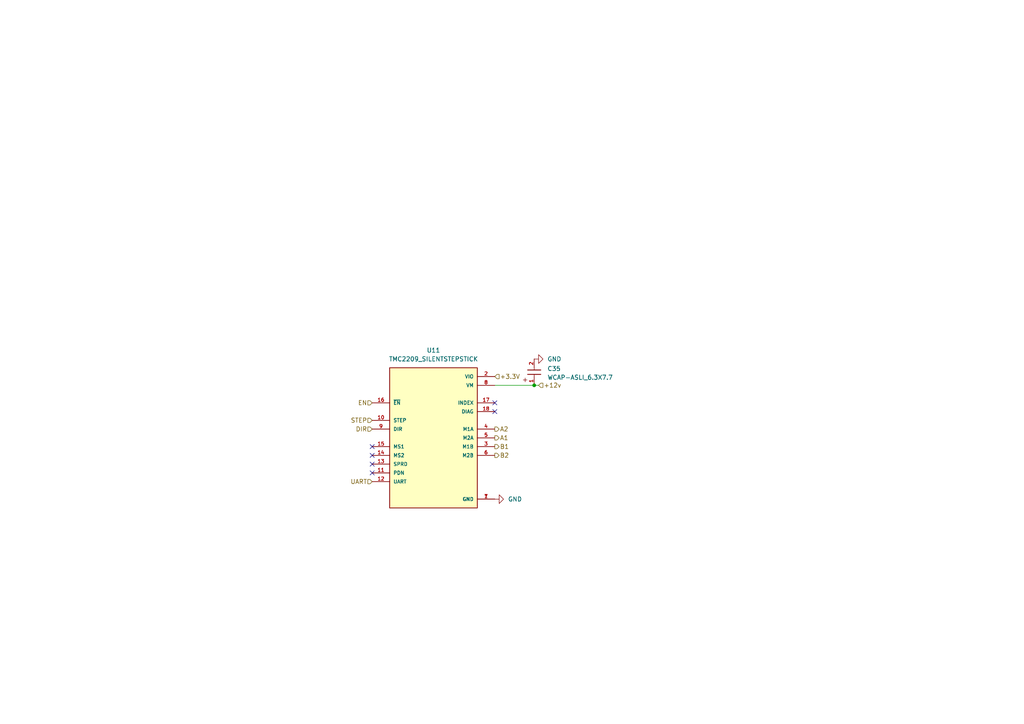
<source format=kicad_sch>
(kicad_sch (version 20250114) (generator "eeschema") (generator_version "9.0")
  (paper "A4")
  (lib_symbols
    (symbol "TMC2209_SILENTSTEPSTICK:TMC2209_SILENTSTEPSTICK" (pin_names (offset 1.016))
      (property "Reference" "U11" (at 0 25.4 0))
      (property "Value" "TMC2209_SILENTSTEPSTICK" (at 0 22.86 0))
      (symbol "TMC2209_SILENTSTEPSTICK_0_0"
        (rectangle (start -12.7 -20.32) (end 12.7 20.32) (stroke (width 0.254)) (fill (type background)))
        (pin input line (at -17.78 10.16 0) (length 5.08) (name "~{EN}") (number "16"))
        (pin input line (at -17.78 5.08 0) (length 5.08) (name "STEP") (number "10"))
        (pin input line (at -17.78 2.54 0) (length 5.08) (name "DIR") (number "9"))
        (pin input line (at -17.78 -2.54 0) (length 5.08) (name "MS1") (number "15"))
        (pin input line (at -17.78 -5.08 0) (length 5.08) (name "MS2") (number "14"))
        (pin input line (at -17.78 -7.62 0) (length 5.08) (name "SPRD") (number "13"))
        (pin bidirectional line (at -17.78 -10.16 0) (length 5.08) (name "PDN") (number "11"))
        (pin bidirectional line (at -17.78 -12.7 0) (length 5.08) (name "UART") (number "12"))
        (pin passive line (at 17.78 17.78 180) (length 5.08) (name "VIO") (number "2"))
        (pin passive line (at 17.78 15.24 180) (length 5.08) (name "VM") (number "8"))
        (pin output line (at 17.78 10.16 180) (length 5.08) (name "INDEX") (number "17"))
        (pin output line (at 17.78 7.62 180) (length 5.08) (name "DIAG") (number "18"))
        (pin output line (at 17.78 2.54 180) (length 5.08) (name "M1A") (number "4"))
        (pin output line (at 17.78 0 180) (length 5.08) (name "M2A") (number "5"))
        (pin output line (at 17.78 -2.54 180) (length 5.08) (name "M1B") (number "3"))
        (pin output line (at 17.78 -5.08 180) (length 5.08) (name "M2B") (number "6"))
        (pin passive line (at 17.78 -17.78 180) (length 5.08) (name "GND") (number "1"))
        (pin power_in line (at 17.78 -17.78 180) (length 5.08) (name "GND") (number "7"))
      )
    )
    (symbol "WCAP-ASLI_6.3X7.7:WCAP-ASLI_6.3X7.7" (pin_names (offset 1.016))
      (property "Reference" "C" (at 1.175 3.38 0))
      (property "Value" "WCAP-ASLI_6.3X7.7" (at 0.915 -5.075 0))
      (symbol "WCAP-ASLI_6.3X7.7_0_0"
        (polyline (pts (xy 0 0) (xy 0.6426 0)) (stroke (width 0.1524)))
        (polyline (pts (xy 0.635 -1.905) (xy 0.635 1.905)) (stroke (width 0.254)))
        (polyline (pts (xy 1.905 1.905) (xy 1.905 -1.905)) (stroke (width 0.254)))
        (polyline (pts (xy 1.9279 0) (xy 2.5705 0)) (stroke (width 0.1524)))
        (text "+" (at 2.54 -1.905 0) (effects (font (size 1.4224 1.4224)) (justify left bottom)))
        (pin passive line (at -2.54 0 0) (length 2.54) (name "~") (number "2"))
        (pin passive line (at 5.08 0 180) (length 2.54) (name "~") (number "1"))
      )
    )
    (symbol "power:GND" (power) (pin_numbers (hide yes)) (pin_names (offset 0) (hide yes))
      (property "Value" "GND" (at 0 -3.81 0))
      (symbol "GND_0_1"
        (polyline (pts (xy 0 0) (xy 0 -1.27) (xy 1.27 -1.27) (xy 0 -2.54) (xy -1.27 -1.27) (xy 0 -1.27)))
      )
      (symbol "GND_1_1"
        (pin power_in line (at 0 0 270) (length 0) (name "~") (number "1"))
      )
    )
  )
  (junction (at 154.94 111.76))
  (no_connect (at 107.95 137.16))
  (no_connect (at 143.51 119.38))
  (no_connect (at 107.95 132.08))
  (no_connect (at 107.95 134.62))
  (no_connect (at 143.51 116.84))
  (no_connect (at 107.95 129.54))
  (wire (pts (xy 154.94 111.76) (xy 143.51 111.76)))
  (wire (pts (xy 156.21 111.76) (xy 154.94 111.76)))
  (hierarchical_label "EN" (shape input) (at 107.95 116.84 180))
  (hierarchical_label "A1" (shape output) (at 143.51 127 0))
  (hierarchical_label "STEP" (shape input) (at 107.95 121.92 180))
  (hierarchical_label "B1" (shape output) (at 143.51 129.54 0))
  (hierarchical_label "DIR" (shape input) (at 107.95 124.46 180))
  (hierarchical_label "+3.3V" (shape input) (at 143.51 109.22 0))
  (hierarchical_label "A2" (shape output) (at 143.51 124.46 0))
  (hierarchical_label "+12v" (shape input) (at 156.21 111.76 0))
  (hierarchical_label "UART" (shape input) (at 107.95 139.7 180))
  (hierarchical_label "B2" (shape output) (at 143.51 132.08 0))
  (symbol (lib_id "WCAP-ASLI_6.3X7.7:WCAP-ASLI_6.3X7.7") (at 154.94 106.68 270) (unit 1)
    (property "Reference" "C35" (at 158.75 106.934 90) (effects (justify left)))
    (property "Value" "WCAP-ASLI_6.3X7.7" (at 158.75 109.474 90) (effects (justify left)))
    (property "Footprint" "Custom Components:WCAP-ASLI_6.3X7.7_DXL_" (effects (hide yes)))
  )
  (symbol (lib_id "power:GND") (at 143.51 144.78 90) (unit 1)
    (property "Reference" "#PWR068" (effects (hide yes)))
    (property "Value" "GND" (at 147.32 144.7799 90) (effects (justify right)))
    (property "Description" "Power symbol creates a global label with name \"GND\" , ground" (effects (hide yes)))
  )
  (symbol (lib_id "power:GND") (at 154.94 104.14 90) (unit 1)
    (property "Reference" "#PWR027" (effects (hide yes)))
    (property "Value" "GND" (at 158.75 104.1399 90) (effects (justify right)))
    (property "Description" "Power symbol creates a global label with name \"GND\" , ground" (effects (hide yes)))
  )
  (symbol (lib_id "TMC2209_SILENTSTEPSTICK:TMC2209_SILENTSTEPSTICK") (at 125.73 127 0) (unit 1)
    (property "Reference" "U11" (at 125.73 101.6 0))
    (property "Value" "TMC2209_SILENTSTEPSTICK" (at 125.73 104.14 0))
    (property "Footprint" "TMC2209_SILENTSTEPSTICK:MODULE_TMC2209_SILENTSTEPSTICK" (effects (hide yes)))
    (property "MF" "Trinamic Motion Control GmbH" (effects (hide yes)))
    (property "Description_1" "TMC2209 Motor Controller/Driver Power Management Evaluation Board" (effects (hide yes)))
    (property "Package" "None" (effects (hide yes)))
    (property "Price" "None" (effects (hide yes)))
    (property "Check_prices" "https://www.snapeda.com/parts/TMC2209SILENTSTEPSTICK/Trinamic/view-part/?ref=eda" (effects (hide yes)))
    (property "STANDARD" "Manufacturer Recommendations" (effects (hide yes)))
    (property "PARTREV" "1.20" (effects (hide yes)))
    (property "SnapEDA_Link" "https://www.snapeda.com/parts/TMC2209SILENTSTEPSTICK/Trinamic/view-part/?ref=snap" (effects (hide yes)))
    (property "MP" "TMC2209SILENTSTEPSTICK" (effects (hide yes)))
    (property "MANUFACTURER" "Trinamic Motion Control GmbH" (effects (hide yes)))
    (property "Availability" "Not in stock" (effects (hide yes)))
    (property "SNAPEDA_PN" "TMC2209 SILENTSTEPSTICK" (effects (hide yes)))
  )
)
</source>
